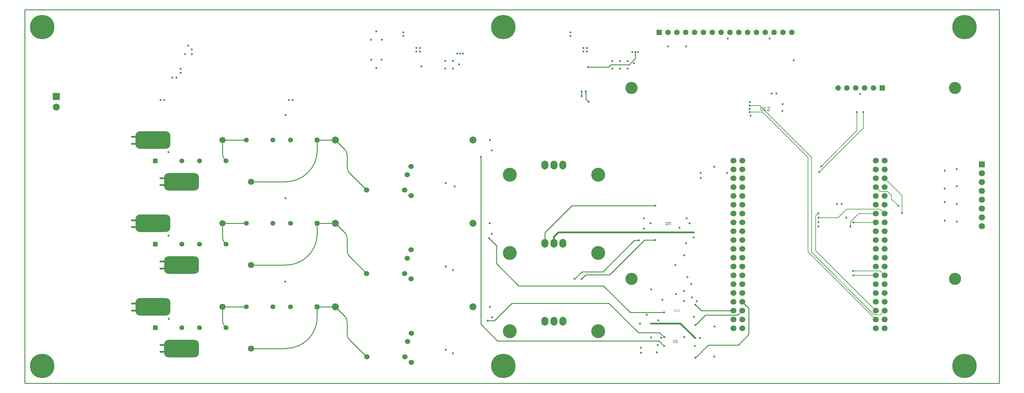
<source format=gbl>
G04 Layer_Physical_Order=4*
G04 Layer_Color=11796480*
%FSLAX43Y43*%
%MOMM*%
G71*
G01*
G75*
%ADD21C,2.000*%
%ADD29C,0.200*%
%ADD30C,0.150*%
%ADD31C,0.500*%
%ADD32C,0.250*%
%ADD37C,0.254*%
%ADD38C,0.178*%
%ADD39C,0.100*%
%ADD40O,2.000X2.500*%
%ADD41C,1.800*%
%ADD42C,1.600*%
%ADD43R,1.600X1.600*%
%ADD44C,1.524*%
%ADD45C,1.700*%
%ADD46C,4.000*%
%ADD47R,2.000X2.000*%
%ADD48C,7.000*%
%ADD49R,1.800X1.800*%
%ADD50C,1.400*%
G04:AMPARAMS|DCode=51|XSize=1.4mm|YSize=1.4mm|CornerRadius=0.35mm|HoleSize=0mm|Usage=FLASHONLY|Rotation=0.000|XOffset=0mm|YOffset=0mm|HoleType=Round|Shape=RoundedRectangle|*
%AMROUNDEDRECTD51*
21,1,1.400,0.700,0,0,0.0*
21,1,0.700,1.400,0,0,0.0*
1,1,0.700,0.350,-0.350*
1,1,0.700,-0.350,-0.350*
1,1,0.700,-0.350,0.350*
1,1,0.700,0.350,0.350*
%
%ADD51ROUNDEDRECTD51*%
%ADD52C,3.500*%
%ADD53C,0.600*%
G04:AMPARAMS|DCode=71|XSize=10mm|YSize=5mm|CornerRadius=1.25mm|HoleSize=0mm|Usage=FLASHONLY|Rotation=180.000|XOffset=0mm|YOffset=0mm|HoleType=Round|Shape=RoundedRectangle|*
%AMROUNDEDRECTD71*
21,1,10.000,2.500,0,0,180.0*
21,1,7.500,5.000,0,0,180.0*
1,1,2.500,-3.750,1.250*
1,1,2.500,3.750,1.250*
1,1,2.500,3.750,-1.250*
1,1,2.500,-3.750,-1.250*
%
%ADD71ROUNDEDRECTD71*%
D21*
X128750Y70000D02*
D03*
X89250D02*
D03*
X9000Y79500D02*
D03*
X128750Y22000D02*
D03*
X89250D02*
D03*
X128750Y46000D02*
D03*
X89250D02*
D03*
D29*
X252000Y49000D02*
Y54020D01*
X247000Y59020D02*
X252000Y54020D01*
X244460Y56480D02*
X245740Y55200D01*
X247900D01*
X249000Y54100D01*
Y53000D02*
Y54100D01*
Y53000D02*
X251000Y51000D01*
D30*
X240900Y73500D02*
Y78000D01*
X239100Y72700D02*
Y78000D01*
X225000Y37840D02*
Y65000D01*
X212000Y78000D02*
X225000Y65000D01*
X211100Y79900D02*
X226000Y65000D01*
X236100Y50100D02*
X245760D01*
X233635Y47635D02*
X236100Y50100D01*
X228035Y47635D02*
X233635D01*
X227200Y48110D02*
X227995Y48905D01*
X227200Y38180D02*
Y48110D01*
Y38180D02*
X244460Y20920D01*
X245760Y50100D02*
X247000Y48860D01*
X239560D02*
X244460D01*
X237195Y46495D02*
X239560Y48860D01*
X237195Y45095D02*
Y46495D01*
X238020Y46320D02*
X244460D01*
X226000Y37700D02*
Y65000D01*
Y37700D02*
X244000Y19700D01*
X245780D01*
X247000Y20920D01*
X225000Y37840D02*
X244460Y18380D01*
X238000Y32300D02*
X245780D01*
X247000Y31080D01*
X238020D02*
X244460D01*
X228200Y60800D02*
X240900Y73500D01*
X228800Y62400D02*
X239100Y72700D01*
X208300Y79900D02*
X211100D01*
X208300Y78000D02*
X212000D01*
X185575Y45525D02*
Y46192D01*
X185442Y46325D01*
X185175D01*
X185042Y46192D01*
Y45525D01*
X184242Y46325D02*
X184775D01*
X184242Y45792D01*
Y45659D01*
X184375Y45525D01*
X184642D01*
X184775Y45659D01*
X186425Y12475D02*
Y11808D01*
X186558Y11675D01*
X186825D01*
X186958Y11808D01*
Y12475D01*
X187225Y11675D02*
X187491D01*
X187358D01*
Y12475D01*
X187225Y12341D01*
D31*
X39000Y57000D02*
X44000D01*
X45000Y58000D01*
X44000Y59000D02*
X45000Y58000D01*
X39000Y59000D02*
X44000D01*
X39000Y33000D02*
X44000D01*
X45000Y34000D01*
X44000Y35000D02*
X45000Y34000D01*
X39000Y35000D02*
X44000D01*
X30800Y68900D02*
X35800D01*
X36800Y69900D01*
X35800Y70900D02*
X36800Y69900D01*
X30800Y70900D02*
X35800D01*
X30800Y44900D02*
X35800D01*
X36800Y45900D01*
X35800Y46900D02*
X36800Y45900D01*
X30800Y46900D02*
X35800D01*
X30800Y20900D02*
X35800D01*
X36800Y21900D01*
X35800Y22900D02*
X36800Y21900D01*
X30800Y22900D02*
X35800D01*
X39000Y11000D02*
X44000D01*
X45000Y10000D01*
X44000Y9000D02*
X45000Y10000D01*
X39000Y9000D02*
X44000D01*
X152000Y40300D02*
Y42100D01*
X153300Y43400D01*
X192200D01*
X180000Y17200D02*
X188400D01*
X192600Y13000D01*
D32*
X183600Y13300D02*
X183800D01*
X182400Y14500D02*
X183600Y13300D01*
X176300Y14500D02*
X182400D01*
X192700Y22600D02*
X194380Y20920D01*
X203560D01*
X192700Y16700D02*
X195600Y19600D01*
X204780D01*
X206100Y20920D01*
X192700Y7300D02*
X196400Y11000D01*
X205000D01*
X208000Y14000D01*
Y21560D01*
X206100Y23460D02*
X208000Y21560D01*
X166300Y28000D02*
X173935Y20365D01*
X183665D01*
X141900Y28000D02*
X166300D01*
X135500Y34400D02*
X141900Y28000D01*
X135500Y34400D02*
Y39600D01*
X133400Y41700D02*
X135500Y39600D01*
X131025Y16975D02*
X135800Y12200D01*
X131025Y16975D02*
Y65125D01*
X175400Y93500D02*
Y95300D01*
X173600Y91700D02*
X175400Y93500D01*
X168400Y91700D02*
X173600D01*
X167700Y91000D02*
X168400Y91700D01*
X161900Y91000D02*
X167700D01*
X149450Y40300D02*
Y43350D01*
X157200Y51100D01*
X181200D01*
X133000Y18000D02*
X134900D01*
X167800Y23000D02*
X176300Y14500D01*
X134900Y18000D02*
X139900Y23000D01*
X167800D01*
X182200Y12200D02*
X183670Y10730D01*
X135800Y12200D02*
X135800Y12200D01*
X182200D01*
X160000Y30000D02*
X161200Y31200D01*
X158000Y30000D02*
X160100Y32100D01*
X166100D01*
X175100Y41100D01*
X176400D01*
X161200Y31200D02*
X168000D01*
X178025Y41225D01*
X181175D01*
X160000Y82600D02*
Y84000D01*
X161200Y81800D02*
X162000Y81000D01*
X161200Y81800D02*
Y84000D01*
D37*
X92600Y62222D02*
G03*
X93344Y60426I2540J0D01*
G01*
X92600Y65598D02*
G03*
X91856Y67394I-2540J0D01*
G01*
X92600Y41598D02*
G03*
X91856Y43394I-2540J0D01*
G01*
X92600Y38222D02*
G03*
X93344Y36426I2540J0D01*
G01*
X92600Y17598D02*
G03*
X91856Y19394I-2540J0D01*
G01*
X92600Y14222D02*
G03*
X93344Y12426I2540J0D01*
G01*
X75000Y10000D02*
G03*
X84000Y19000I0J9000D01*
G01*
X75000Y34000D02*
G03*
X84000Y43000I0J9000D01*
G01*
X75000Y58000D02*
G03*
X84000Y67000I0J9000D01*
G01*
X56800Y66072D02*
G03*
X57544Y64276I2540J0D01*
G01*
X56800Y42072D02*
G03*
X57544Y40276I2540J0D01*
G01*
X56800Y18072D02*
G03*
X57544Y16276I2540J0D01*
G01*
X65000Y58000D02*
X75000D01*
X65000Y34000D02*
X75000D01*
X65000Y10000D02*
X75000D01*
X89150Y69900D02*
X89250Y70000D01*
X93344Y60426D02*
X98200Y55570D01*
X92600Y62222D02*
Y65598D01*
Y38222D02*
Y41598D01*
X93344Y36426D02*
X98200Y31570D01*
X92600Y14222D02*
Y17598D01*
X93344Y12426D02*
X98200Y7570D01*
X84000Y19000D02*
Y22000D01*
X89250D01*
X91856Y19394D01*
X84000Y43000D02*
Y46000D01*
X89250D01*
X91856Y43394D01*
X84000Y67000D02*
Y70000D01*
X89250D01*
X91856Y67394D01*
X57544Y64276D02*
X57820Y64000D01*
X56800Y70000D02*
X63680D01*
X63680Y70000D01*
X56800Y66072D02*
Y70000D01*
X57544Y40276D02*
X57820Y40000D01*
X56800Y46000D02*
X63680D01*
X56800Y42072D02*
Y46000D01*
X57544Y16276D02*
X57820Y16000D01*
X56800Y22000D02*
X63680D01*
X56800Y18072D02*
Y22000D01*
X0Y0D02*
Y107500D01*
X280000D01*
Y0D02*
Y107500D01*
X0Y0D02*
X280000D01*
D38*
X211476Y79508D02*
Y78661D01*
X211645Y78492D01*
X211984D01*
X212153Y78661D01*
Y79508D01*
X212492Y78492D02*
X212830D01*
X212661D01*
Y79508D01*
X212492Y79338D01*
X214015Y78492D02*
X213338D01*
X214015Y79169D01*
Y79338D01*
X213846Y79508D01*
X213507D01*
X213338Y79338D01*
D39*
X186603Y21346D02*
Y20846D01*
X186703Y20746D01*
X186903D01*
X187003Y20846D01*
Y21346D01*
X187203Y20746D02*
X187403D01*
X187303D01*
Y21346D01*
X187203Y21246D01*
X187703D02*
X187803Y21346D01*
X188003D01*
X188103Y21246D01*
Y21146D01*
X188003Y21046D01*
X187903D01*
X188003D01*
X188103Y20946D01*
Y20846D01*
X188003Y20746D01*
X187803D01*
X187703Y20846D01*
D40*
X154550Y62800D02*
D03*
X152000D02*
D03*
X149450D02*
D03*
X154550Y17800D02*
D03*
X152000D02*
D03*
X149450D02*
D03*
X154550Y40300D02*
D03*
X152000D02*
D03*
X149450D02*
D03*
D41*
X56800Y70000D02*
D03*
X275000Y60460D02*
D03*
Y57920D02*
D03*
Y55380D02*
D03*
Y52840D02*
D03*
Y50300D02*
D03*
Y47760D02*
D03*
Y45220D02*
D03*
X65000Y10000D02*
D03*
Y34000D02*
D03*
Y58000D02*
D03*
X56800Y22000D02*
D03*
Y46000D02*
D03*
D42*
X236190Y85000D02*
D03*
X241270D02*
D03*
X243810D02*
D03*
X238730D02*
D03*
X233650D02*
D03*
X220350Y101000D02*
D03*
X215270D02*
D03*
X210190D02*
D03*
X207650D02*
D03*
X202570D02*
D03*
X197490D02*
D03*
X192410D02*
D03*
X187330D02*
D03*
X184790D02*
D03*
X189870D02*
D03*
X194950D02*
D03*
X200030D02*
D03*
X205110D02*
D03*
X212730D02*
D03*
X217810D02*
D03*
D43*
X246350Y85000D02*
D03*
X182250Y101000D02*
D03*
D44*
X111000Y54000D02*
D03*
X109880Y59970D02*
D03*
X98200Y55570D02*
D03*
X109120D02*
D03*
X111000Y62380D02*
D03*
X111100Y6000D02*
D03*
X109980Y11970D02*
D03*
X98300Y7570D02*
D03*
X109220D02*
D03*
X111100Y14380D02*
D03*
X111000Y38380D02*
D03*
X109120Y31570D02*
D03*
X98200D02*
D03*
X109880Y35970D02*
D03*
X111000Y30000D02*
D03*
D45*
X244460Y64100D02*
D03*
Y61560D02*
D03*
Y59020D02*
D03*
Y56480D02*
D03*
Y53940D02*
D03*
Y51400D02*
D03*
Y48860D02*
D03*
Y46320D02*
D03*
Y43780D02*
D03*
Y41240D02*
D03*
Y38700D02*
D03*
Y36160D02*
D03*
Y33620D02*
D03*
Y31080D02*
D03*
Y28540D02*
D03*
Y26000D02*
D03*
Y23460D02*
D03*
Y20920D02*
D03*
Y18380D02*
D03*
Y15840D02*
D03*
X247000Y64100D02*
D03*
Y61560D02*
D03*
Y59020D02*
D03*
Y56480D02*
D03*
Y53940D02*
D03*
Y51400D02*
D03*
Y48860D02*
D03*
Y46320D02*
D03*
Y43780D02*
D03*
Y41240D02*
D03*
Y38700D02*
D03*
Y36160D02*
D03*
Y33620D02*
D03*
Y31080D02*
D03*
Y28540D02*
D03*
Y26000D02*
D03*
Y23460D02*
D03*
Y20920D02*
D03*
Y18380D02*
D03*
Y15840D02*
D03*
X206100D02*
D03*
Y18380D02*
D03*
Y20920D02*
D03*
Y23460D02*
D03*
Y26000D02*
D03*
Y28540D02*
D03*
Y31080D02*
D03*
Y33620D02*
D03*
Y36160D02*
D03*
Y38700D02*
D03*
Y41240D02*
D03*
Y43780D02*
D03*
Y46320D02*
D03*
Y48860D02*
D03*
Y51400D02*
D03*
Y53940D02*
D03*
Y56480D02*
D03*
Y59020D02*
D03*
Y61560D02*
D03*
Y64100D02*
D03*
X203560Y15840D02*
D03*
Y18380D02*
D03*
Y20920D02*
D03*
Y23460D02*
D03*
Y26000D02*
D03*
Y28540D02*
D03*
Y31080D02*
D03*
Y33620D02*
D03*
Y36160D02*
D03*
Y38700D02*
D03*
Y41240D02*
D03*
Y43780D02*
D03*
Y46320D02*
D03*
Y48860D02*
D03*
Y51400D02*
D03*
Y53940D02*
D03*
Y56480D02*
D03*
Y59020D02*
D03*
Y61560D02*
D03*
Y64100D02*
D03*
D46*
X164700Y15000D02*
D03*
X139300D02*
D03*
X164700Y60000D02*
D03*
X139300D02*
D03*
X164700Y37500D02*
D03*
X139300D02*
D03*
D47*
X9000Y82500D02*
D03*
D48*
X137500Y5000D02*
D03*
X270000Y5000D02*
D03*
Y102500D02*
D03*
X5000Y5000D02*
D03*
Y102500D02*
D03*
X137500D02*
D03*
D49*
X275000Y63000D02*
D03*
D50*
X57820Y64000D02*
D03*
X50200D02*
D03*
X45120D02*
D03*
X76380Y22000D02*
D03*
X71300D02*
D03*
X63680D02*
D03*
X57820Y16000D02*
D03*
X50200D02*
D03*
X45120D02*
D03*
X76380Y46000D02*
D03*
X71300D02*
D03*
X63680D02*
D03*
X57820Y40000D02*
D03*
X50200D02*
D03*
X45120D02*
D03*
X76380Y70000D02*
D03*
X71300D02*
D03*
X63680D02*
D03*
D51*
X37500Y64000D02*
D03*
X84000Y22000D02*
D03*
X37500Y16000D02*
D03*
X84000Y46000D02*
D03*
X37500Y40000D02*
D03*
X84000Y70000D02*
D03*
D52*
X174270Y85000D02*
D03*
Y30000D02*
D03*
X267270D02*
D03*
Y85000D02*
D03*
D53*
X112500Y96500D02*
D03*
X113500D02*
D03*
X112500Y95500D02*
D03*
X113500D02*
D03*
X160500Y96500D02*
D03*
X161500D02*
D03*
X160500Y95500D02*
D03*
X161500D02*
D03*
X221000Y92900D02*
D03*
X190000Y96900D02*
D03*
X184800Y96900D02*
D03*
X156800Y100000D02*
D03*
Y101000D02*
D03*
X108800D02*
D03*
Y100000D02*
D03*
X101000Y101200D02*
D03*
X102575Y98875D02*
D03*
X99425D02*
D03*
X48000Y96100D02*
D03*
X46990Y97190D02*
D03*
X183200Y24000D02*
D03*
X178700Y19700D02*
D03*
X176800Y17200D02*
D03*
X180000Y17200D02*
D03*
X180000Y27000D02*
D03*
X179900Y13200D02*
D03*
X181600Y8900D02*
D03*
X177000Y10200D02*
D03*
X177000Y8800D02*
D03*
X192600Y13000D02*
D03*
X189430Y13270D02*
D03*
X182900Y13100D02*
D03*
X183800Y13300D02*
D03*
X191700Y24700D02*
D03*
X189400Y26600D02*
D03*
X191500Y28600D02*
D03*
X190400Y30500D02*
D03*
X189500Y36800D02*
D03*
X186900Y34000D02*
D03*
X187100Y25600D02*
D03*
X198200Y16300D02*
D03*
X183665Y20365D02*
D03*
X133400Y41700D02*
D03*
X183670Y10730D02*
D03*
X133000Y18000D02*
D03*
X131025Y65125D02*
D03*
X74800Y29300D02*
D03*
X74900Y53200D02*
D03*
Y77200D02*
D03*
X38980Y81520D02*
D03*
X40020D02*
D03*
X76900Y81500D02*
D03*
X75860D02*
D03*
X161900Y91000D02*
D03*
X175000Y92100D02*
D03*
X173200Y90600D02*
D03*
Y92700D02*
D03*
X171000Y90600D02*
D03*
Y92700D02*
D03*
X168800Y90600D02*
D03*
Y92700D02*
D03*
X176200Y95300D02*
D03*
X174600D02*
D03*
X175400D02*
D03*
X101000Y90700D02*
D03*
X102475Y93125D02*
D03*
X99525D02*
D03*
X124750Y91750D02*
D03*
X120800Y90600D02*
D03*
Y92800D02*
D03*
X123000Y90600D02*
D03*
Y92800D02*
D03*
X125900Y94900D02*
D03*
X125100D02*
D03*
X124300D02*
D03*
X113900Y91200D02*
D03*
X48000Y94700D02*
D03*
X46000D02*
D03*
X44800Y90500D02*
D03*
X43600Y87900D02*
D03*
X42400D02*
D03*
X44800Y89300D02*
D03*
X39000Y57000D02*
D03*
Y59000D02*
D03*
Y33000D02*
D03*
Y35000D02*
D03*
X30800Y68900D02*
D03*
Y70900D02*
D03*
Y44900D02*
D03*
Y46900D02*
D03*
Y20900D02*
D03*
Y22900D02*
D03*
X39000Y11000D02*
D03*
Y9000D02*
D03*
X133700Y22000D02*
D03*
X134300Y19000D02*
D03*
X134200Y43000D02*
D03*
X133600Y46000D02*
D03*
X123000Y8600D02*
D03*
X121000Y9600D02*
D03*
X123000Y32600D02*
D03*
X121000Y33600D02*
D03*
X134200Y67000D02*
D03*
X133700Y70000D02*
D03*
X123500Y56600D02*
D03*
X121000Y57600D02*
D03*
X236035Y47635D02*
D03*
X228035Y46365D02*
D03*
X228005Y45095D02*
D03*
X233300Y51600D02*
D03*
X234700Y51600D02*
D03*
X228035Y47635D02*
D03*
X227995Y48905D02*
D03*
X237195Y45095D02*
D03*
X238020Y46320D02*
D03*
X264300Y56000D02*
D03*
Y61200D02*
D03*
Y52100D02*
D03*
X264300Y46800D02*
D03*
X217650Y78350D02*
D03*
X217700Y80300D02*
D03*
X208300Y79000D02*
D03*
X208306Y80906D02*
D03*
X208550Y77050D02*
D03*
X216000Y83400D02*
D03*
X214600D02*
D03*
X214000Y99200D02*
D03*
X202000D02*
D03*
X252000Y49000D02*
D03*
X251000Y51000D02*
D03*
X267800Y51500D02*
D03*
Y46500D02*
D03*
Y61600D02*
D03*
Y56700D02*
D03*
X238000Y32300D02*
D03*
X238020Y31080D02*
D03*
X193000Y23600D02*
D03*
X192700Y22600D02*
D03*
Y16700D02*
D03*
X181800Y11000D02*
D03*
X198100Y7700D02*
D03*
X192700Y7300D02*
D03*
X192470Y10730D02*
D03*
X194000Y13000D02*
D03*
X182000Y18100D02*
D03*
X189400Y23700D02*
D03*
X192295Y19095D02*
D03*
X41400Y18500D02*
D03*
X41300Y42500D02*
D03*
Y66500D02*
D03*
X190100Y47500D02*
D03*
X191000Y46000D02*
D03*
X177900Y44500D02*
D03*
X179800Y46000D02*
D03*
X177900Y47500D02*
D03*
X188130Y44730D02*
D03*
X190000Y40300D02*
D03*
X192200Y42000D02*
D03*
X192200Y43400D02*
D03*
X181200Y51100D02*
D03*
X194230Y59070D02*
D03*
X194230Y60470D02*
D03*
X201770D02*
D03*
X198130Y62270D02*
D03*
X181175Y41225D02*
D03*
X176400Y41100D02*
D03*
X160000Y30000D02*
D03*
X158000D02*
D03*
X160000Y84000D02*
D03*
X161200D02*
D03*
X160000Y82600D02*
D03*
X162000Y81000D02*
D03*
X240900Y78000D02*
D03*
X228200Y60800D02*
D03*
X228800Y62400D02*
D03*
X239100Y78000D02*
D03*
X240000Y83300D02*
D03*
X208300Y79900D02*
D03*
Y78000D02*
D03*
D71*
X36800Y70000D02*
D03*
X45000Y10000D02*
D03*
Y34000D02*
D03*
Y58000D02*
D03*
X36800Y22000D02*
D03*
Y46000D02*
D03*
M02*

</source>
